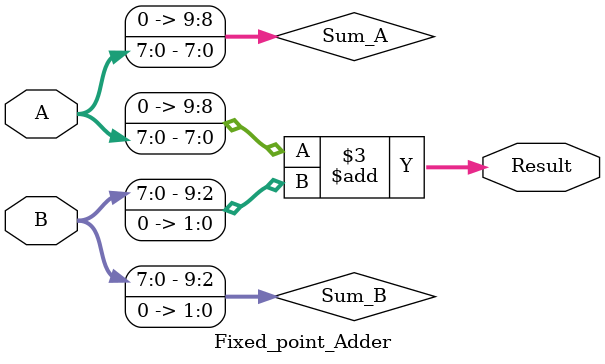
<source format=sv>
`timescale 1ns / 1ps


module Fixed_point_Adder #
(
parameter n1=3,
parameter n2=5,
parameter m1=5,
parameter m2=3,
localparam max_m = (m1 > m2) ? m1 : m2,
localparam max_n = (n1 > n2) ? n1 : n2

) 
(
input logic [(n1+m1)-1:0] A,
input logic [(n2+m2)-1:0] B, 
output logic [max_m + max_n-1:0] Result
);

    logic [(max_n + max_m)-1:0] Sum_A;
    logic [(max_n + max_m)-1:0] Sum_B;

    assign Sum_A = A << (max_m - m1) ;
    assign Sum_B = B << (max_m - m2) ;

    assign Result = Sum_A + Sum_B;
    
endmodule 
</source>
